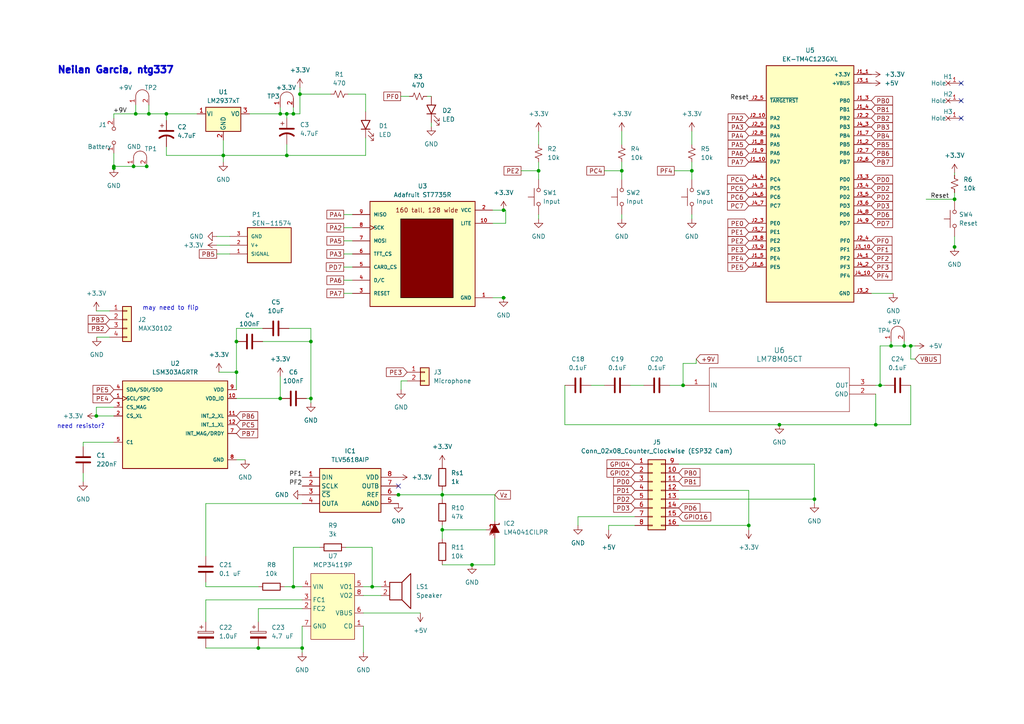
<source format=kicad_sch>
(kicad_sch (version 20230121) (generator eeschema)
  (paper "A4")
  (junction (at 264.16 100.33))
  (junction (at 198.12 111.76))
  (junction (at 42.545 48.26))
  (junction (at 361.442 92.964))
  (junction (at 156.21 49.53))
  (junction (at 128.27 143.51))
  (junction (at 81.28 33.02))
  (junction (at 39.37 33.02))
  (junction (at 43.18 33.02))
  (junction (at 236.22 144.78))
  (junction (at 368.046 92.964))
  (junction (at 255.27 111.76))
  (junction (at 356.616 92.964))
  (junction (at 200.66 49.53))
  (junction (at 346.456 77.724))
  (junction (at 368.046 77.724))
  (junction (at 356.616 77.724))
  (junction (at 68.58 99.06))
  (junction (at 146.05 60.96))
  (junction (at 83.185 45.085))
  (junction (at 136.906 163.83))
  (junction (at 128.27 153.67))
  (junction (at 48.26 33.02))
  (junction (at 258.445 100.33))
  (junction (at 64.77 45.085))
  (junction (at 115.57 143.51))
  (junction (at 254 123.19))
  (junction (at 81.28 115.57))
  (junction (at 38.735 48.26))
  (junction (at 262.255 100.33))
  (junction (at 87.63 187.96))
  (junction (at 85.09 33.02))
  (junction (at 83.185 33.02))
  (junction (at 180.34 49.53))
  (junction (at 68.58 107.95))
  (junction (at 86.995 27.305))
  (junction (at 276.86 71.628))
  (junction (at 85.09 170.18))
  (junction (at 33.02 48.26))
  (junction (at 33.02 48.768))
  (junction (at 276.86 57.785))
  (junction (at 217.17 152.4))
  (junction (at 27.94 120.65))
  (junction (at 362.966 77.724))
  (junction (at 90.17 115.57))
  (junction (at 146.05 86.36))
  (junction (at 90.17 99.06))
  (junction (at 226.06 123.19))
  (junction (at 107.95 170.18))
  (junction (at 74.93 187.96))
  (no_connect (at 278.765 29.21))
  (no_connect (at 278.765 24.13))
  (no_connect (at 278.765 34.29))
  (no_connect (at 115.57 140.97))
  (wire (pts (xy 83.185 33.02) (xy 83.185 34.29)))
  (wire (pts (xy 99.695 62.23) (xy 102.235 62.23)))
  (wire (pts (xy 42.545 48.26) (xy 38.735 48.26)))
  (wire (pts (xy 106.045 40.005) (xy 106.045 45.085)))
  (wire (pts (xy 116.332 110.49) (xy 118.11 110.49)))
  (wire (pts (xy 64.77 40.64) (xy 64.77 45.085)))
  (wire (pts (xy 236.22 144.78) (xy 236.22 146.05)))
  (wire (pts (xy 378.206 87.249) (xy 378.206 92.964)))
  (wire (pts (xy 262.255 100.33) (xy 264.16 100.33)))
  (wire (pts (xy 255.27 111.76) (xy 255.27 100.33)))
  (wire (pts (xy 59.69 146.05) (xy 87.63 146.05)))
  (wire (pts (xy 33.02 33.02) (xy 39.37 33.02)))
  (wire (pts (xy 83.82 95.25) (xy 90.17 95.25)))
  (wire (pts (xy 39.37 30.48) (xy 39.37 33.02)))
  (wire (pts (xy 368.046 87.884) (xy 368.046 92.964)))
  (wire (pts (xy 255.27 100.33) (xy 258.445 100.33)))
  (wire (pts (xy 33.02 118.11) (xy 27.94 118.11)))
  (wire (pts (xy 276.86 55.88) (xy 276.86 57.785)))
  (wire (pts (xy 200.66 38.1) (xy 200.66 41.91)))
  (wire (pts (xy 128.27 152.4) (xy 128.27 153.67)))
  (wire (pts (xy 33.02 44.45) (xy 33.02 48.26)))
  (wire (pts (xy 59.69 173.99) (xy 87.63 173.99)))
  (wire (pts (xy 83.185 41.91) (xy 83.185 45.085)))
  (wire (pts (xy 72.39 33.02) (xy 81.28 33.02)))
  (wire (pts (xy 100.965 27.305) (xy 106.045 27.305)))
  (wire (pts (xy 59.69 173.99) (xy 59.69 180.34)))
  (wire (pts (xy 48.26 45.085) (xy 64.77 45.085)))
  (wire (pts (xy 85.09 170.18) (xy 87.63 170.18)))
  (wire (pts (xy 146.05 86.36) (xy 146.685 86.36)))
  (wire (pts (xy 180.34 49.53) (xy 180.34 52.07)))
  (wire (pts (xy 143.51 143.51) (xy 128.27 143.51)))
  (wire (pts (xy 276.86 68.58) (xy 276.86 71.628)))
  (wire (pts (xy 24.13 129.54) (xy 24.13 128.27)))
  (wire (pts (xy 356.616 77.724) (xy 356.616 82.804)))
  (wire (pts (xy 264.16 100.33) (xy 264.16 104.14)))
  (wire (pts (xy 86.995 27.305) (xy 95.885 27.305)))
  (wire (pts (xy 125.095 35.56) (xy 125.095 36.703)))
  (wire (pts (xy 196.85 134.62) (xy 236.22 134.62)))
  (wire (pts (xy 346.456 77.724) (xy 356.616 77.724)))
  (wire (pts (xy 83.185 33.02) (xy 85.09 33.02)))
  (wire (pts (xy 68.58 115.57) (xy 81.28 115.57)))
  (wire (pts (xy 156.21 62.23) (xy 156.21 63.5)))
  (wire (pts (xy 368.046 77.724) (xy 378.206 77.724)))
  (wire (pts (xy 258.445 99.06) (xy 258.445 100.33)))
  (wire (pts (xy 378.206 77.724) (xy 378.206 83.439)))
  (wire (pts (xy 74.93 176.53) (xy 74.93 180.34)))
  (wire (pts (xy 128.27 143.51) (xy 115.57 143.51)))
  (wire (pts (xy 43.18 33.02) (xy 48.26 33.02)))
  (wire (pts (xy 180.34 38.1) (xy 180.34 41.91)))
  (wire (pts (xy 142.875 60.96) (xy 146.05 60.96)))
  (wire (pts (xy 27.94 118.11) (xy 27.94 120.65)))
  (wire (pts (xy 59.69 161.29) (xy 59.69 146.05)))
  (wire (pts (xy 156.21 38.1) (xy 156.21 41.91)))
  (wire (pts (xy 200.66 46.99) (xy 200.66 49.53)))
  (wire (pts (xy 362.966 77.724) (xy 368.046 77.724)))
  (wire (pts (xy 71.12 133.35) (xy 68.58 133.35)))
  (wire (pts (xy 33.02 120.65) (xy 27.94 120.65)))
  (wire (pts (xy 38.735 48.26) (xy 33.02 48.26)))
  (wire (pts (xy 100.33 158.75) (xy 107.95 158.75)))
  (wire (pts (xy 180.34 46.99) (xy 180.34 49.53)))
  (wire (pts (xy 264.16 100.33) (xy 265.43 100.33)))
  (wire (pts (xy 66.675 73.66) (xy 62.865 73.66)))
  (wire (pts (xy 259.08 85.09) (xy 252.73 85.09)))
  (wire (pts (xy 142.875 86.36) (xy 146.05 86.36)))
  (wire (pts (xy 116.332 113.03) (xy 116.332 110.49)))
  (wire (pts (xy 196.85 152.4) (xy 217.17 152.4)))
  (wire (pts (xy 276.86 71.628) (xy 276.86 71.755)))
  (wire (pts (xy 43.18 30.48) (xy 43.18 33.02)))
  (wire (pts (xy 176.53 152.4) (xy 184.15 152.4)))
  (wire (pts (xy 82.55 170.18) (xy 85.09 170.18)))
  (wire (pts (xy 128.27 153.67) (xy 128.27 156.21)))
  (wire (pts (xy 171.45 111.76) (xy 175.26 111.76)))
  (wire (pts (xy 217.17 142.24) (xy 196.85 142.24)))
  (wire (pts (xy 48.26 33.02) (xy 57.15 33.02)))
  (wire (pts (xy 262.255 99.06) (xy 262.255 100.33)))
  (wire (pts (xy 107.95 170.18) (xy 110.49 170.18)))
  (wire (pts (xy 59.69 170.18) (xy 74.93 170.18)))
  (wire (pts (xy 198.12 105.41) (xy 198.12 111.76)))
  (wire (pts (xy 42.545 47.625) (xy 42.545 48.26)))
  (wire (pts (xy 217.17 153.67) (xy 217.17 152.4)))
  (wire (pts (xy 201.93 104.14) (xy 201.93 105.41)))
  (wire (pts (xy 236.22 134.62) (xy 236.22 144.78)))
  (wire (pts (xy 87.63 181.61) (xy 87.63 187.96)))
  (wire (pts (xy 264.16 111.76) (xy 264.16 123.19)))
  (wire (pts (xy 86.995 25.4) (xy 86.995 27.305)))
  (wire (pts (xy 105.41 181.61) (xy 105.41 189.23)))
  (wire (pts (xy 217.17 152.4) (xy 217.17 142.24)))
  (wire (pts (xy 39.37 33.02) (xy 43.18 33.02)))
  (wire (pts (xy 176.53 153.67) (xy 176.53 152.4)))
  (wire (pts (xy 175.26 49.53) (xy 180.34 49.53)))
  (wire (pts (xy 90.17 95.25) (xy 90.17 99.06)))
  (wire (pts (xy 254 114.3) (xy 254 123.19)))
  (wire (pts (xy 226.06 123.19) (xy 254 123.19)))
  (wire (pts (xy 83.185 45.085) (xy 64.77 45.085)))
  (wire (pts (xy 346.456 92.964) (xy 356.616 92.964)))
  (wire (pts (xy 59.69 168.91) (xy 59.69 170.18)))
  (wire (pts (xy 85.09 33.02) (xy 86.995 33.02)))
  (wire (pts (xy 28.067 97.79) (xy 31.75 97.79)))
  (wire (pts (xy 143.51 156.21) (xy 143.51 163.83)))
  (wire (pts (xy 194.31 111.76) (xy 198.12 111.76)))
  (wire (pts (xy 163.83 123.19) (xy 226.06 123.19)))
  (wire (pts (xy 99.695 81.28) (xy 102.235 81.28)))
  (wire (pts (xy 27.94 90.17) (xy 31.75 90.17)))
  (wire (pts (xy 68.58 95.25) (xy 76.2 95.25)))
  (wire (pts (xy 59.69 187.96) (xy 74.93 187.96)))
  (wire (pts (xy 276.86 50.165) (xy 276.86 50.8)))
  (wire (pts (xy 146.685 60.96) (xy 146.685 64.77)))
  (wire (pts (xy 163.83 111.76) (xy 163.83 123.19)))
  (wire (pts (xy 105.41 172.72) (xy 110.49 172.72)))
  (wire (pts (xy 68.58 107.95) (xy 68.58 99.06)))
  (wire (pts (xy 48.26 33.02) (xy 48.26 34.925)))
  (wire (pts (xy 90.17 99.06) (xy 90.17 115.57)))
  (wire (pts (xy 128.27 143.51) (xy 128.27 144.78)))
  (wire (pts (xy 200.66 62.23) (xy 200.66 63.5)))
  (wire (pts (xy 88.9 115.57) (xy 90.17 115.57)))
  (wire (pts (xy 99.695 66.04) (xy 102.235 66.04)))
  (wire (pts (xy 146.685 64.77) (xy 142.875 64.77)))
  (wire (pts (xy 76.2 99.06) (xy 90.17 99.06)))
  (wire (pts (xy 90.17 115.57) (xy 90.17 116.84)))
  (wire (pts (xy 106.045 27.305) (xy 106.045 32.385)))
  (wire (pts (xy 258.445 100.33) (xy 262.255 100.33)))
  (wire (pts (xy 116.205 27.94) (xy 118.745 27.94)))
  (wire (pts (xy 81.28 31.115) (xy 81.28 33.02)))
  (wire (pts (xy 85.09 170.18) (xy 85.09 158.75)))
  (wire (pts (xy 83.185 45.085) (xy 106.045 45.085)))
  (wire (pts (xy 85.09 158.75) (xy 92.71 158.75)))
  (wire (pts (xy 167.64 152.4) (xy 167.64 149.86)))
  (wire (pts (xy 156.21 46.99) (xy 156.21 49.53)))
  (wire (pts (xy 81.28 33.02) (xy 83.185 33.02)))
  (wire (pts (xy 107.95 158.75) (xy 107.95 170.18)))
  (wire (pts (xy 356.616 77.724) (xy 362.966 77.724)))
  (wire (pts (xy 74.93 187.96) (xy 87.63 187.96)))
  (wire (pts (xy 81.28 115.57) (xy 81.28 109.22)))
  (wire (pts (xy 105.41 170.18) (xy 107.95 170.18)))
  (wire (pts (xy 24.13 128.27) (xy 33.02 128.27)))
  (wire (pts (xy 99.695 85.09) (xy 102.235 85.09)))
  (wire (pts (xy 64.77 45.085) (xy 64.77 46.99)))
  (wire (pts (xy 33.02 48.26) (xy 33.02 48.768)))
  (wire (pts (xy 201.93 105.41) (xy 198.12 105.41)))
  (wire (pts (xy 125.095 27.94) (xy 123.825 27.94)))
  (wire (pts (xy 99.695 73.66) (xy 102.235 73.66)))
  (wire (pts (xy 361.442 92.964) (xy 368.046 92.964)))
  (wire (pts (xy 182.88 111.76) (xy 186.69 111.76)))
  (wire (pts (xy 68.58 107.95) (xy 68.58 113.03)))
  (wire (pts (xy 356.616 87.884) (xy 356.616 92.964)))
  (wire (pts (xy 200.66 49.53) (xy 200.66 52.07)))
  (wire (pts (xy 128.27 153.67) (xy 140.97 153.67)))
  (wire (pts (xy 114.3 143.51) (xy 115.57 143.51)))
  (wire (pts (xy 264.16 123.19) (xy 254 123.19)))
  (wire (pts (xy 276.86 57.785) (xy 276.86 58.42)))
  (wire (pts (xy 38.735 47.625) (xy 38.735 48.26)))
  (wire (pts (xy 99.695 77.47) (xy 102.235 77.47)))
  (wire (pts (xy 128.27 142.24) (xy 128.27 143.51)))
  (wire (pts (xy 255.27 111.76) (xy 256.54 111.76)))
  (wire (pts (xy 268.605 57.785) (xy 276.86 57.785)))
  (wire (pts (xy 33.02 48.768) (xy 33.02 48.895)))
  (wire (pts (xy 48.26 42.545) (xy 48.26 45.085)))
  (wire (pts (xy 143.51 151.13) (xy 143.51 143.51)))
  (wire (pts (xy 151.13 49.53) (xy 156.21 49.53)))
  (wire (pts (xy 66.675 71.12) (xy 62.865 71.12)))
  (wire (pts (xy 195.58 49.53) (xy 200.66 49.53)))
  (wire (pts (xy 156.21 49.53) (xy 156.21 52.07)))
  (wire (pts (xy 85.09 31.115) (xy 85.09 33.02)))
  (wire (pts (xy 74.93 176.53) (xy 87.63 176.53)))
  (wire (pts (xy 63.5 107.95) (xy 68.58 107.95)))
  (wire (pts (xy 105.41 177.8) (xy 121.92 177.8)))
  (wire (pts (xy 136.906 163.83) (xy 143.51 163.83)))
  (wire (pts (xy 167.64 149.86) (xy 184.15 149.86)))
  (wire (pts (xy 86.995 33.02) (xy 86.995 27.305)))
  (wire (pts (xy 264.16 104.14) (xy 265.43 104.14)))
  (wire (pts (xy 24.13 137.16) (xy 24.13 139.7)))
  (wire (pts (xy 356.616 92.964) (xy 361.442 92.964)))
  (wire (pts (xy 368.046 92.964) (xy 378.206 92.964)))
  (wire (pts (xy 180.34 62.23) (xy 180.34 63.5)))
  (wire (pts (xy 368.046 82.804) (xy 368.046 77.724)))
  (wire (pts (xy 146.05 60.96) (xy 146.685 60.96)))
  (wire (pts (xy 196.85 144.78) (xy 236.22 144.78)))
  (wire (pts (xy 66.675 68.58) (xy 62.865 68.58)))
  (wire (pts (xy 254 111.76) (xy 255.27 111.76)))
  (wire (pts (xy 33.02 34.29) (xy 33.02 33.02)))
  (wire (pts (xy 87.63 187.96) (xy 87.63 189.23)))
  (wire (pts (xy 99.695 69.85) (xy 102.235 69.85)))
  (wire (pts (xy 128.27 163.83) (xy 136.906 163.83)))
  (wire (pts (xy 68.58 99.06) (xy 68.58 95.25)))
  (text "Neilan Garcia, ntg337" (at 16.51 21.59 0) (effects (font (size 2 2) (thickness 0.6) bold) (justify left bottom)))
  (text "need resistor?\n" (at 16.51 124.46 0) (effects (font (size 1.27 1.27)) (justify left bottom)))
  (text "may need to flip\n" (at 41.275 90.17 0) (effects (font (size 1.27 1.27)) (justify left bottom)))
  (label "PF2" (at 87.63 140.97 180))
  (label "PE1" (at 310.896 80.264 180) (effects (font bold)))
  (label "PC7" (at 310.896 87.884 180) (effects (font bold)))
  (label "PC6" (at 310.896 90.424 180) (effects (font bold)))
  (label "PE0" (at 346.456 85.344 0) (effects (font bold)))
  (label "Reset" (at 217.17 29.21 180))
  (label "Reset" (at 269.875 57.785 0))
  (label "PF1" (at 87.63 138.43 180))
  (label "+9V" (at 36.83 33.02 180))
  (global_label "PB7" (shape input) (at 252.73 46.99 0) (property "Intersheetrefs" "${INTERSHEET_REFS}" (effects hide)))
  (global_label "PA7" (shape input) (at 217.17 46.99 180) (property "Intersheetrefs" "${INTERSHEET_REFS}" (effects hide)))
  (global_label "PB6" (shape input) (at 252.73 44.45 0) (property "Intersheetrefs" "${INTERSHEET_REFS}" (effects hide)))
  (global_label "PB1" (shape input) (at 196.85 139.7 0) (property "Intersheetrefs" "${INTERSHEET_REFS}" (effects hide)))
  (global_label "PC6" (shape input) (at 217.17 57.15 180) (property "Intersheetrefs" "${INTERSHEET_REFS}" (effects hide)))
  (global_label "PB1" (shape input) (at 252.73 31.75 0) (property "Intersheetrefs" "${INTERSHEET_REFS}" (effects hide)))
  (global_label "PB0" (shape input) (at 252.73 29.21 0) (property "Intersheetrefs" "${INTERSHEET_REFS}" (effects hide)))
  (global_label "PA6" (shape input) (at 217.17 44.45 180) (property "Intersheetrefs" "${INTERSHEET_REFS}" (effects hide)))
  (global_label "PD2" (shape input) (at 252.73 57.15 0) (property "Intersheetrefs" "${INTERSHEET_REFS}" (effects hide)))
  (global_label "PF0" (shape input) (at 252.73 69.85 0) (property "Intersheetrefs" "${INTERSHEET_REFS}" (effects hide)))
  (global_label "PD2" (shape input) (at 184.15 144.78 180) (property "Intersheetrefs" "${INTERSHEET_REFS}" (effects hide)))
  (global_label "PE3" (shape input) (at 217.17 72.39 180) (property "Intersheetrefs" "${INTERSHEET_REFS}" (effects hide)))
  (global_label "VBUS" (shape input) (at 265.43 104.14 0) (property "Intersheetrefs" "${INTERSHEET_REFS}" (effects hide)))
  (global_label "PA6" (shape passive) (at 99.695 81.28 180) (property "Intersheetrefs" "${INTERSHEET_REFS}" (effects hide)))
  (global_label "PE3" (shape input) (at 118.11 107.95 180) (property "Intersheetrefs" "${INTERSHEET_REFS}" (effects hide)))
  (global_label "PD6" (shape input) (at 196.85 147.32 0) (property "Intersheetrefs" "${INTERSHEET_REFS}" (effects hide)))
  (global_label "PA3" (shape input) (at 217.17 36.83 180) (property "Intersheetrefs" "${INTERSHEET_REFS}" (effects hide)))
  (global_label "PE5" (shape input) (at 217.17 77.47 180) (property "Intersheetrefs" "${INTERSHEET_REFS}" (effects hide)))
  (global_label "GPIO4" (shape input) (at 184.15 134.62 180) (property "Intersheetrefs" "${INTERSHEET_REFS}" (effects hide)))
  (global_label "PE2" (shape input) (at 217.17 69.85 180) (property "Intersheetrefs" "${INTERSHEET_REFS}" (effects hide)))
  (global_label "PA2" (shape input) (at 217.17 34.29 180) (property "Intersheetrefs" "${INTERSHEET_REFS}" (effects hide)))
  (global_label "+9V" (shape input) (at 201.93 104.14 0) (property "Intersheetrefs" "${INTERSHEET_REFS}" (effects hide)))
  (global_label "Vz" (shape input) (at 143.51 143.51 0) (property "Intersheetrefs" "${INTERSHEET_REFS}" (effects hide)))
  (global_label "PA4" (shape input) (at 217.17 39.37 180) (property "Intersheetrefs" "${INTERSHEET_REFS}" (effects hide)))
  (global_label "PB3" (shape input) (at 252.73 36.83 0) (property "Intersheetrefs" "${INTERSHEET_REFS}" (effects hide)))
  (global_label "PB4" (shape input) (at 252.73 39.37 0) (property "Intersheetrefs" "${INTERSHEET_REFS}" (effects hide)))
  (global_label "PE1" (shape input) (at 217.17 67.31 180) (property "Intersheetrefs" "${INTERSHEET_REFS}" (effects hide)))
  (global_label "PB0" (shape input) (at 196.85 137.16 0) (property "Intersheetrefs" "${INTERSHEET_REFS}" (effects hide)))
  (global_label "PC7" (shape input) (at 217.17 59.69 180) (property "Intersheetrefs" "${INTERSHEET_REFS}" (effects hide)))
  (global_label "PE2" (shape passive) (at 151.13 49.53 180) (property "Intersheetrefs" "${INTERSHEET_REFS}" (effects hide)))
  (global_label "PE4" (shape input) (at 33.02 115.57 180) (property "Intersheetrefs" "${INTERSHEET_REFS}" (effects hide)))
  (global_label "PF2" (shape input) (at 252.73 74.93 0) (property "Intersheetrefs" "${INTERSHEET_REFS}" (effects hide)))
  (global_label "PD0" (shape input) (at 252.73 52.07 0) (property "Intersheetrefs" "${INTERSHEET_REFS}" (effects hide)))
  (global_label "PD0" (shape input) (at 184.15 139.7 180) (property "Intersheetrefs" "${INTERSHEET_REFS}" (effects hide)))
  (global_label "PD3" (shape input) (at 184.15 147.32 180) (property "Intersheetrefs" "${INTERSHEET_REFS}" (effects hide)))
  (global_label "PF3" (shape input) (at 252.73 77.47 0) (property "Intersheetrefs" "${INTERSHEET_REFS}" (effects hide)))
  (global_label "PD6" (shape input) (at 252.73 62.23 0) (property "Intersheetrefs" "${INTERSHEET_REFS}" (effects hide)))
  (global_label "PC5" (shape input) (at 68.58 123.19 0) (property "Intersheetrefs" "${INTERSHEET_REFS}" (effects hide)))
  (global_label "PE4" (shape input) (at 217.17 74.93 180) (property "Intersheetrefs" "${INTERSHEET_REFS}" (effects hide)))
  (global_label "PC4" (shape input) (at 217.17 52.07 180) (property "Intersheetrefs" "${INTERSHEET_REFS}" (effects hide)))
  (global_label "PB6" (shape input) (at 68.58 120.65 0) (property "Intersheetrefs" "${INTERSHEET_REFS}" (effects hide)))
  (global_label "PA7" (shape passive) (at 99.695 85.09 180) (property "Intersheetrefs" "${INTERSHEET_REFS}" (effects hide)))
  (global_label "PA5" (shape passive) (at 99.695 69.85 180) (property "Intersheetrefs" "${INTERSHEET_REFS}" (effects hide)))
  (global_label "PF4" (shape input) (at 252.73 80.01 0) (property "Intersheetrefs" "${INTERSHEET_REFS}" (effects hide)))
  (global_label "PD1" (shape input) (at 184.15 142.24 180) (property "Intersheetrefs" "${INTERSHEET_REFS}" (effects hide)))
  (global_label "GPIO2" (shape input) (at 184.15 137.16 180) (property "Intersheetrefs" "${INTERSHEET_REFS}" (effects hide)))
  (global_label "PE0" (shape input) (at 217.17 64.77 180) (property "Intersheetrefs" "${INTERSHEET_REFS}" (effects hide)))
  (global_label "PE5" (shape input) (at 33.02 113.03 180) (property "Intersheetrefs" "${INTERSHEET_REFS}" (effects hide)))
  (global_label "PD3" (shape input) (at 252.73 59.69 0) (property "Intersheetrefs" "${INTERSHEET_REFS}" (effects hide)))
  (global_label "PD7" (shape input) (at 252.73 64.77 0) (property "Intersheetrefs" "${INTERSHEET_REFS}" (effects hide)))
  (global_label "PB5" (shape input) (at 252.73 41.91 0) (property "Intersheetrefs" "${INTERSHEET_REFS}" (effects hide)))
  (global_label "PB7" (shape input) (at 68.58 125.73 0) (property "Intersheetrefs" "${INTERSHEET_REFS}" (effects hide)))
  (global_label "PB2" (shape input) (at 252.73 34.29 0) (property "Intersheetrefs" "${INTERSHEET_REFS}" (effects hide)))
  (global_label "PB5" (shape passive) (at 62.865 73.66 180) (property "Intersheetrefs" "${INTERSHEET_REFS}" (effects hide)))
  (global_label "PD7" (shape passive) (at 99.695 77.47 180) (property "Intersheetrefs" "${INTERSHEET_REFS}" (effects hide)))
  (global_label "GPIO16" (shape input) (at 196.85 149.86 0) (property "Intersheetrefs" "${INTERSHEET_REFS}" (effects hide)))
  (global_label "PA3" (shape passive) (at 99.695 73.66 180) (property "Intersheetrefs" "${INTERSHEET_REFS}" (effects hide)))
  (global_label "PF4" (shape passive) (at 195.58 49.53 180) (property "Intersheetrefs" "${INTERSHEET_REFS}" (effects hide)))
  (global_label "PA4" (shape passive) (at 99.695 62.23 180) (property "Intersheetrefs" "${INTERSHEET_REFS}" (effects hide)))
  (global_label "PA5" (shape input) (at 217.17 41.91 180) (property "Intersheetrefs" "${INTERSHEET_REFS}" (effects hide)))
  (global_label "PC4" (shape passive) (at 175.26 49.53 180) (property "Intersheetrefs" "${INTERSHEET_REFS}" (effects hide)))
  (global_label "PB3" (shape input) (at 31.75 92.71 180) (property "Intersheetrefs" "${INTERSHEET_REFS}" (effects hide)))
  (global_label "PD2" (shape input) (at 252.73 54.61 0) (property "Intersheetrefs" "${INTERSHEET_REFS}" (effects hide)))
  (global_label "PB2" (shape input) (at 31.75 95.25 180) (property "Intersheetrefs" "${INTERSHEET_REFS}" (effects hide)))
  (global_label "PF0" (shape passive) (at 116.205 27.94 180) (property "Intersheetrefs" "${INTERSHEET_REFS}" (effects hide)))
  (global_label "PC5" (shape input) (at 217.17 54.61 180) (property "Intersheetrefs" "${INTERSHEET_REFS}" (effects hide)))
  (global_label "PA2" (shape passive) (at 99.695 66.04 180) (property "Intersheetrefs" "${INTERSHEET_REFS}" (effects hide)))
  (global_label "PF1" (shape input) (at 252.73 72.39 0) (property "Intersheetrefs" "${INTERSHEET_REFS}" (effects hide)))
  (symbol (lib_id "SEN-11574:SEN-11574") (at 71.755 71.12 0) (unit 1)
    (property "Reference" "P1" (at 73.025 62.23 0) (effects (justify left)))
    (property "Value" "SEN-11574" (at 73.025 64.77 0) (effects (justify left)))
    (property "Footprint" "our_symbols:XDCR_SEN-11574" (effects hide))
    (property "MF" "SparkFun" (effects hide))
    (property "Description" "\nPULSE SENSOR FOR ARDUINO\n" (effects hide))
    (property "Package" "None" (effects hide))
    (property "Price" "None" (effects hide))
    (property "Check_prices" "https://www.snapeda.com/parts/SEN-11574/SparkFun+Electronics/view-part/?ref=eda" (effects hide))
    (property "SnapEDA_Link" "https://www.snapeda.com/parts/SEN-11574/SparkFun+Electronics/view-part/?ref=snap" (effects hide))
    (property "MP" "SEN-11574" (effects hide))
    (property "Purchase-URL" "https://www.snapeda.com/api/url_track_click_mouser/?unipart_id=1269548&manufacturer=SparkFun&part_name=SEN-11574&search_term=None" (effects hide))
    (property "Availability" "In Stock" (effects hide))
    (property "MANUFACTURER" "Sparkfun Electronics" (effects hide))
  )
  (symbol (lib_id "ECE445L:MountingHole") (at 278.765 34.29 0) (unit 1)
    (property "Reference" "H3" (at 274.955 32.385 0))
    (property "Value" "~" (at 278.765 34.29 0))
    (property "Footprint" "ECE445L:MountingHole_4_40" (effects hide))
  )
  (symbol (lib_id "ECE445L:MountingHole") (at 278.765 29.21 0) (unit 1)
    (property "Reference" "H2" (at 274.955 27.305 0))
    (property "Value" "~" (at 278.765 29.21 0))
    (property "Footprint" "ECE445L:MountingHole_4_40" (effects hide))
  )
  (symbol (lib_id "ti_EKTM4C123GXL:EK-TM4C123GXL") (at 234.95 52.07 0) (unit 1)
    (property "Reference" "U5" (at 234.95 14.605 0))
    (property "Value" "EK-TM4C123GXL" (at 234.95 17.145 0))
    (property "Footprint" "ECE445L:ti_EKTM4C123GXL" (effects hide))
    (property "Datasheet" "https://www.ti.com/lit/ds/symlink/tm4c123gh6pm.pdf?ts=1693244962384&ref_url=https%253A%252F%252Fwww.google.com%252F" (effects hide))
    (property "Distributor" "Mouser" (effects hide))
    (property "Manufacturer" "Texas Instruments" (effects hide))
    (property "P/N" "EK-TM4C123GXL" (effects hide))
    (property "Cost" "22.60" (effects hide))
  )
  (symbol (lib_id "Device:C_Polarized_Small_US") (at 368.046 85.344 0) (unit 1)
    (property "Reference" "C8" (at 370.586 83.6422 0) (effects (justify left)))
    (property "Value" "4.7uF" (at 370.586 86.1822 0) (effects (justify left)))
    (property "Footprint" "ECE445L:CP_Radial_Tantal200mil" (effects hide))
  )
  (symbol (lib_id "Device:R_Small") (at 346.456 80.264 0) (unit 1)
    (property "Reference" "R7" (at 348.996 78.994 0) (effects (justify left)))
    (property "Value" "10k" (at 348.996 81.534 0) (effects (justify left)))
    (property "Footprint" "ECE445L:R_Axial_DIN0204_L3.6mm_D1.6mm_P7.62mm_Horizontal" (effects hide))
  )
  (symbol (lib_id "Device:Speaker") (at 115.57 170.18 0) (unit 1)
    (property "Reference" "LS1" (at 120.65 170.18 0) (effects (justify left)))
    (property "Value" "Speaker" (at 120.65 172.72 0) (effects (justify left)))
    (property "Footprint" "Connector_PinHeader_2.54mm:PinHeader_1x02_P2.54mm_Vertical" (effects hide))
  )
  (symbol (lib_id "Device:C") (at 190.5 111.76 90) (unit 1)
    (property "Reference" "C20" (at 190.5 104.14 90))
    (property "Value" "0.1uF" (at 190.5 106.68 90))
    (property "Footprint" "ECE445L:C_Axial_200mil" (effects hide))
  )
  (symbol (lib_id "ECE445L:C_Polarized") (at 83.185 38.1 0) (unit 1)
    (property "Reference" "C3" (at 86.995 36.195 0) (effects (justify left)))
    (property "Value" "4.7uF" (at 86.995 38.735 0) (effects (justify left)))
    (property "Footprint" "ECE445L:CP_Radial_Tantal200mil" (effects hide))
  )
  (symbol (lib_id "power:+3.3V") (at 217.17 153.67 180) (unit 1)
    (property "Reference" "#PWR047" (effects hide))
    (property "Value" "+3.3V" (at 217.17 158.75 0))
  )
  (symbol (lib_id "power:+3.3V") (at 62.865 71.12 90) (unit 1)
    (property "Reference" "#PWR07" (effects hide))
    (property "Value" "+3.3V" (at 59.055 71.12 90) (effects (justify left)))
  )
  (symbol (lib_id "power:+5V") (at 265.43 100.33 270) (unit 1)
    (property "Reference" "#PWR051" (effects hide))
    (property "Value" "+5V" (at 269.24 100.33 90) (effects (justify left)))
  )
  (symbol (lib_name "GND_3") (lib_id "power:GND") (at 90.17 116.84 0) (unit 1)
    (property "Reference" "#PWR014" (effects hide))
    (property "Value" "GND" (at 90.17 121.92 0))
  )
  (symbol (lib_id "power:+3.3V") (at 180.34 38.1 0) (unit 1)
    (property "Reference" "#PWR018" (effects hide))
    (property "Value" "+3.3V" (at 180.34 33.02 0))
  )
  (symbol (lib_id "LSM303AGRTR:LSM303AGRTR") (at 50.8 123.19 0) (unit 1)
    (property "Reference" "U2" (at 50.8 105.41 0))
    (property "Value" "LSM303AGRTR" (at 50.8 107.95 0))
    (property "Footprint" "our_symbols:SON_03AGRTR_STM" (effects hide))
    (property "MF" "STMicroelectronics" (effects hide))
    (property "DESCRIPTION" "Ultra-compact high-performance e-compass 3D accelerometer and 3D magnetometer module" (effects hide))
    (property "PACKAGE" "LGA-12 STMicroelectronics" (effects hide))
    (property "PRICE" "1.79 USD" (effects hide))
    (property "Package" "LGA-12 STMicroelectronics" (effects hide))
    (property "Check_prices" "https://www.snapeda.com/parts/LSM303AGRTR/STMicroelectronics/view-part/?ref=eda" (effects hide))
    (property "Price" "None" (effects hide))
    (property "SnapEDA_Link" "https://www.snapeda.com/parts/LSM303AGRTR/STMicroelectronics/view-part/?ref=snap" (effects hide))
    (property "MP" "LSM303AGRTR" (effects hide))
    (property "Description" "\nAccelerometer, Magnetometer, Temperature, 6 Axis Sensor I2C, SPI Output\n" (effects hide))
    (property "Availability" "In Stock" (effects hide))
    (property "AVAILABILITY" "Good" (effects hide))
    (property "MANUFACTURER" "STMicroelectronics" (effects hide))
  )
  (symbol (lib_id "ECE445L:LED") (at 126.365 31.75 0) (unit 1)
    (property "Reference" "D2" (at 128.27 32.0675 0) (effects (justify left)))
    (property "Value" "LED" (at 128.27 34.6075 0) (effects (justify left)))
    (property "Footprint" "ECE445L:LED_D5.0mm" (effects hide))
    (property "Datasheet" "https://users.ece.utexas.edu/~valvano/mspm0/HLMP-4700.pdf" (effects hide))
  )
  (symbol (lib_name "GND_3") (lib_id "power:GND") (at 146.05 86.36 0) (unit 1)
    (property "Reference" "#PWR021" (effects hide))
    (property "Value" "GND" (at 146.05 91.44 0))
  )
  (symbol (lib_name "GND_3") (lib_id "power:GND") (at 105.41 189.23 0) (unit 1)
    (property "Reference" "#PWR032" (effects hide))
    (property "Value" "GND" (at 105.41 194.31 0))
  )
  (symbol (lib_id "Device:R") (at 128.27 160.02 0) (unit 1)
    (property "Reference" "R11" (at 130.81 158.75 0) (effects (justify left)))
    (property "Value" "10k" (at 130.81 161.29 0) (effects (justify left)))
    (property "Footprint" "ECE445L:R_Axial_DIN0204_L3.6mm_D1.6mm_P7.62mm_Horizontal" (effects hide))
  )
  (symbol (lib_id "Device:C") (at 179.07 111.76 90) (unit 1)
    (property "Reference" "C19" (at 179.07 104.14 90))
    (property "Value" "0.1uF" (at 179.07 106.68 90))
    (property "Footprint" "ECE445L:C_Axial_200mil" (effects hide))
  )
  (symbol (lib_id "power:+5V") (at 252.73 24.13 270) (unit 1)
    (property "Reference" "#PWR042" (effects hide))
    (property "Value" "+5V" (at 256.54 24.13 90) (effects (justify left)))
  )
  (symbol (lib_name "GND_3") (lib_id "power:GND") (at 200.66 63.5 0) (unit 1)
    (property "Reference" "#PWR027" (effects hide))
    (property "Value" "GND" (at 200.66 68.58 0))
  )
  (symbol (lib_name "GND_3") (lib_id "power:GND") (at 180.34 63.5 0) (unit 1)
    (property "Reference" "#PWR019" (effects hide))
    (property "Value" "GND" (at 180.34 68.58 0))
  )
  (symbol (lib_id "Device:R") (at 128.27 138.43 0) (unit 1)
    (property "Reference" "Rs1" (at 130.81 137.16 0) (effects (justify left)))
    (property "Value" "1k" (at 130.81 139.7 0) (effects (justify left)))
    (property "Footprint" "ECE445L:R_Axial_DIN0204_L3.6mm_D1.6mm_P7.62mm_Horizontal" (effects hide))
  )
  (symbol (lib_id "Switch:SW_Push") (at 276.86 63.5 90) (unit 1)
    (property "Reference" "SW4" (at 278.13 62.23 90) (effects (justify right)))
    (property "Value" "Reset" (at 278.13 64.77 90) (effects (justify right)))
    (property "Footprint" "Button_Switch_THT:SW_PUSH_6mm" (effects hide))
  )
  (symbol (lib_id "ECE445L:Testpoint") (at 83.185 31.115 0) (unit 1)
    (property "Reference" "TP3" (at 77.47 27.94 0) (effects (justify left)))
    (property "Value" "+3.3V" (at 80.01 25.4 0) (effects (justify left)))
    (property "Footprint" "ECE445L:Testpoint_1x02_P2.54mm" (effects hide))
  )
  (symbol (lib_id "Device:C") (at 24.13 133.35 180) (unit 1)
    (property "Reference" "C1" (at 27.94 132.08 0) (effects (justify right)))
    (property "Value" "220nF" (at 27.94 134.62 0) (effects (justify right)))
    (property "Footprint" "ECE445L:C_Axial_200mil" (effects hide))
  )
  (symbol (lib_id "ECE445L:R_0.125W") (at 200.66 44.45 180) (unit 1)
    (property "Reference" "R5" (at 203.2 43.18 0) (effects (justify right)))
    (property "Value" "10k" (at 203.2 45.72 0) (effects (justify right)))
    (property "Footprint" "ECE445L:R_Axial_DIN0204_L3.6mm_D1.6mm_P7.62mm_Horizontal" (effects hide))
    (property "Datasheet" "https://users.ece.utexas.edu/~valvano/mspm0/CarbonFilmresistors.pdf" (effects hide))
  )
  (symbol (lib_id "ECE445L:LED") (at 107.315 36.195 0) (unit 1)
    (property "Reference" "D1" (at 109.855 36.5125 0) (effects (justify left)))
    (property "Value" "LED" (at 109.855 39.0525 0) (effects (justify left)))
    (property "Footprint" "ECE445L:LED_D5.0mm" (effects hide))
    (property "Datasheet" "https://users.ece.utexas.edu/~valvano/mspm0/HLMP-4700.pdf" (effects hide))
  )
  (symbol (lib_name "GND_3") (lib_id "power:GND") (at 276.86 71.628 0) (unit 1)
    (property "Reference" "#PWR023" (effects hide))
    (property "Value" "GND" (at 276.86 76.708 0))
  )
  (symbol (lib_id "power:+3.3V") (at 27.94 90.17 0) (unit 1)
    (property "Reference" "#PWR01" (effects hide))
    (property "Value" "+3.3V" (at 27.94 85.09 0))
  )
  (symbol (lib_name "GND_3") (lib_id "power:GND") (at 87.63 143.51 270) (unit 1)
    (property "Reference" "#PWR031" (effects hide))
    (property "Value" "GND" (at 83.82 143.51 90) (effects (justify right)))
  )
  (symbol (lib_name "GND_3") (lib_id "power:GND") (at 125.095 36.703 0) (unit 1)
    (property "Reference" "#PWR017" (effects hide))
    (property "Value" "GND" (at 125.095 41.783 0))
  )
  (symbol (lib_id "ECE445L:Testpoint") (at 378.206 85.344 270) (unit 1)
    (property "Reference" "TP5" (at 381.381 79.629 0) (effects (justify left)))
    (property "Value" "+3.3V" (at 383.921 82.169 0) (effects (justify left)))
    (property "Footprint" "ECE445L:Testpoint_1x02_P2.54mm" (effects hide))
  )
  (symbol (lib_name "GND_3") (lib_id "power:GND") (at 64.77 46.99 0) (unit 1)
    (property "Reference" "#PWR08" (effects hide))
    (property "Value" "GND" (at 64.77 52.07 0))
  )
  (symbol (lib_id "power:+3.3V") (at 276.86 50.165 0) (unit 1)
    (property "Reference" "#PWR022" (effects hide))
    (property "Value" "+3.3V" (at 276.86 45.085 0))
  )
  (symbol (lib_name "GND_3") (lib_id "power:GND") (at 33.02 48.768 0) (unit 1)
    (property "Reference" "#PWR03" (effects hide))
    (property "Value" "GND" (at 33.02 53.848 0))
  )
  (symbol (lib_id "power:+3.3V") (at 128.27 134.62 0) (unit 1)
    (property "Reference" "#PWR056" (effects hide))
    (property "Value" "+3.3V" (at 128.27 129.54 0))
  )
  (symbol (lib_id "ECE445L:Testpoint") (at 41.275 30.48 0) (unit 1)
    (property "Reference" "TP2" (at 41.91 25.4 0) (effects (justify left)))
    (property "Value" "+9V" (at 34.29 25.4 0) (effects (justify left)))
    (property "Footprint" "ECE445L:Testpoint_1x02_P2.54mm" (effects hide))
  )
  (symbol (lib_id "power:+3.3V") (at 115.57 138.43 270) (unit 1)
    (property "Reference" "#PWR053" (effects hide))
    (property "Value" "+3.3V" (at 119.38 138.43 90) (effects (justify left)))
  )
  (symbol (lib_name "GND_3") (lib_id "power:GND") (at 226.06 123.19 0) (unit 1)
    (property "Reference" "#PWR024" (effects hide))
    (property "Value" "GND" (at 226.06 128.27 0))
  )
  (symbol (lib_id "power:+3.3V") (at 252.73 21.59 270) (unit 1)
    (property "Reference" "#PWR041" (effects hide))
    (property "Value" "+3.3V" (at 256.54 21.59 90) (effects (justify left)))
  )
  (symbol (lib_id "Switch:SW_Push") (at 200.66 57.15 90) (unit 1)
    (property "Reference" "SW3" (at 201.93 55.88 90) (effects (justify right)))
    (property "Value" "Input" (at 201.93 58.42 90) (effects (justify right)))
    (property "Footprint" "Button_Switch_THT:SW_PUSH_6mm" (effects hide))
  )
  (symbol (lib_id "ECE445L:R_0.125W") (at 98.425 27.305 90) (unit 1)
    (property "Reference" "R1" (at 98.425 21.59 90))
    (property "Value" "470" (at 98.425 24.13 90))
    (property "Footprint" "ECE445L:R_Axial_DIN0204_L3.6mm_D1.6mm_P7.62mm_Horizontal" (effects hide))
    (property "Datasheet" "https://users.ece.utexas.edu/~valvano/mspm0/CarbonFilmresistors.pdf" (effects hide))
  )
  (symbol (lib_id "power:+3.3V") (at 156.21 38.1 0) (unit 1)
    (property "Reference" "#PWR015" (effects hide))
    (property "Value" "+3.3V" (at 156.21 33.02 0))
  )
  (symbol (lib_id "Device:R") (at 78.74 170.18 270) (mirror x) (unit 1)
    (property "Reference" "R8" (at 78.74 163.83 90))
    (property "Value" "10k" (at 78.74 166.37 90))
    (property "Footprint" "ECE445L:R_Axial_DIN0204_L3.6mm_D1.6mm_P7.62mm_Horizontal" (effects hide))
  )
  (symbol (lib_name "GND_3") (lib_id "power:GND") (at 115.57 146.05 0) (unit 1)
    (property "Reference" "#PWR030" (effects hide))
    (property "Value" "GND" (at 115.57 151.13 0))
  )
  (symbol (lib_id "Switch:SW_Push") (at 180.34 57.15 90) (unit 1)
    (property "Reference" "SW2" (at 181.61 55.88 90) (effects (justify right)))
    (property "Value" "Input" (at 181.61 58.42 90) (effects (justify right)))
    (property "Footprint" "Button_Switch_THT:SW_PUSH_6mm" (effects hide))
  )
  (symbol (lib_id "power:+3.3V") (at 310.896 82.804 90) (unit 1)
    (property "Reference" "#PWR035" (effects hide))
    (property "Value" "+3.3V" (at 307.086 82.804 90) (effects (justify left)))
  )
  (symbol (lib_id "power:+5V") (at 176.53 153.67 180) (unit 1)
    (property "Reference" "#PWR045" (effects hide))
    (property "Value" "+5V" (at 176.53 158.75 0))
  )
  (symbol (lib_id "Device:R") (at 128.27 148.59 0) (unit 1)
    (property "Reference" "R10" (at 130.81 147.32 0) (effects (justify left)))
    (property "Value" "47k" (at 130.81 149.86 0) (effects (justify left)))
    (property "Footprint" "ECE445L:R_Axial_DIN0204_L3.6mm_D1.6mm_P7.62mm_Horizontal" (effects hide))
  )
  (symbol (lib_id "Switch:SW_Push") (at 156.21 57.15 90) (unit 1)
    (property "Reference" "SW1" (at 157.48 55.88 90) (effects (justify right)))
    (property "Value" "Input" (at 157.48 58.42 90) (effects (justify right)))
    (property "Footprint" "Button_Switch_THT:SW_PUSH_6mm" (effects hide))
  )
  (symbol (lib_id "power:+3.3V") (at 81.28 109.22 0) (unit 1)
    (property "Reference" "#PWR013" (effects hide))
    (property "Value" "+3.3V" (at 81.28 104.14 0))
  )
  (symbol (lib_id "Device:C") (at 167.64 111.76 90) (unit 1)
    (property "Reference" "C18" (at 167.64 104.14 90))
    (property "Value" "0.1uF" (at 167.64 106.68 90))
    (property "Footprint" "ECE445L:C_Axial_200mil" (effects hide))
  )
  (symbol (lib_id "ECE445L:Testpoint") (at 260.35 99.06 0) (unit 1)
    (property "Reference" "TP4" (at 254.635 95.885 0) (effects (justify left)))
    (property "Value" "+5V" (at 257.175 93.345 0) (effects (justify left)))
    (property "Footprint" "ECE445L:Testpoint_1x02_P2.54mm" (effects hide))
  )
  (symbol (lib_name "GND_3") (lib_id "power:GND") (at 236.22 146.05 0) (unit 1)
    (property "Reference" "#PWR025" (effects hide))
    (property "Value" "GND" (at 236.22 151.13 0))
  )
  (symbol (lib_name "GND_3") (lib_id "power:GND") (at 87.63 189.23 0) (unit 1)
    (property "Reference" "#PWR033" (effects hide))
    (property "Value" "GND" (at 87.63 194.31 0))
  )
  (symbol (lib_id "ECE445L:Adafruit_ST7735R") (at 122.555 73.66 0) (unit 1)
    (property "Reference" "U3" (at 122.555 53.975 0))
    (property "Value" "Adafruit ST7735R" (at 122.555 56.515 0))
    (property "Footprint" "Connector_PinHeader_2.54mm:PinHeader_1x10_P2.54mm_Vertical" (effects hide))
    (property "Datasheet" "https://www.mouser.com/datasheet/2/737/ST7735R_V0_2-2489618.pdf" (effects hide))
    (property "Distributor" "Mouser" (effects hide))
    (property "Manufacturer" "Adafruit" (effects hide))
    (property "P/N" "358" (effects hide))
    (property "Cost" "19.95" (effects hide))
  )
  (symbol (lib_id "ai_thinker_ESP8266_01:ESP8266-01/ESP-01") (at 328.676 85.344 0) (unit 1)
    (property "Reference" "U4" (at 328.676 70.104 0))
    (property "Value" "ESP8266-01/ESP-01" (at 328.676 72.644 0))
    (property "Footprint" "footprints:ai_thinker_ESP8266_01" (effects hide))
    (property "Datasheet" "https://nurdspace.nl/ESP8266" (effects hide))
    (property "Distributor" "Mouser" (effects hide))
    (property "Manufacturer" "SparkFun" (effects hide))
    (property "P/N" "WRL-17146" (effects hide))
    (property "Cost" "7.50" (effects hide))
  )
  (symbol (lib_name "GND_3") (lib_id "power:GND") (at 71.12 133.35 0) (unit 1)
    (property "Reference" "#PWR012" (effects hide))
    (property "Value" "GND" (at 71.12 138.43 0))
  )
  (symbol (lib_name "GND_3") (lib_id "power:GND") (at 28.067 97.79 0) (unit 1)
    (property "Reference" "#PWR02" (effects hide))
    (property "Value" "GND" (at 28.067 102.87 0))
  )
  (symbol (lib_id "power:+5V") (at 121.92 177.8 180) (unit 1)
    (property "Reference" "#PWR055" (effects hide))
    (property "Value" "+5V" (at 121.92 182.88 0))
  )
  (symbol (lib_id "Connector_Generic:Conn_01x02") (at 123.19 107.95 0) (unit 1)
    (property "Reference" "J3" (at 125.73 107.95 0) (effects (justify left)))
    (property "Value" "Microphone" (at 125.73 110.49 0) (effects (justify left)))
    (property "Footprint" "our_symbols:CUI_CMA-6542PF" (effects hide))
  )
  (symbol (lib_id "Device:C") (at 72.39 99.06 90) (unit 1)
    (property "Reference" "C4" (at 72.39 91.44 90))
    (property "Value" "100nF" (at 72.39 93.98 90))
    (property "Footprint" "ECE445L:C_Axial_200mil" (effects hide))
  )
  (symbol (lib_id "Connector_Generic:Conn_01x04") (at 36.83 92.71 0) (unit 1)
    (property "Reference" "J2" (at 40.005 92.71 0) (effects (justify left)))
    (property "Value" "MAX30102" (at 40.005 95.25 0) (effects (justify left)))
    (property "Footprint" "Connector_PinHeader_2.54mm:PinHeader_1x04_P2.54mm_Vertical" (effects hide))
  )
  (symbol (lib_id "LM78M05CT:LM78M05CT") (at 198.12 111.76 0) (unit 1)
    (property "Reference" "U6" (at 226.06 101.6 0) (effects (font (size 1.524 1.524))))
    (property "Value" "LM78M05CT" (at 226.06 104.14 0) (effects (font (size 1.524 1.524))))
    (property "Footprint" "T03B_TEX" (effects hide))
    (property "Datasheet" "LM78M05CT" (effects hide))
  )
  (symbol (lib_id "Device:C") (at 80.01 95.25 270) (unit 1)
    (property "Reference" "C5" (at 80.01 87.63 90))
    (property "Value" "10uF" (at 80.01 90.17 90))
    (property "Footprint" "ECE445L:C_Axial_200mil" (effects hide))
  )
  (symbol (lib_id "ECE445L:MountingHole") (at 278.765 24.13 0) (unit 1)
    (property "Reference" "H1" (at 274.955 22.225 0))
    (property "Value" "~" (at 278.765 24.13 0))
    (property "Footprint" "ECE445L:MountingHole_4_40" (effects hide))
  )
  (symbol (lib_id "ECE445L:R_0.125W") (at 276.86 53.34 0) (unit 1)
    (property "Reference" "R6" (at 279.4 52.07 0) (effects (justify left)))
    (property "Value" "10k" (at 279.4 54.61 0) (effects (justify left)))
    (property "Footprint" "ECE445L:R_Axial_DIN0204_L3.6mm_D1.6mm_P7.62mm_Horizontal" (effects hide))
    (property "Datasheet" "https://users.ece.utexas.edu/~valvano/mspm0/CarbonFilmresistors.pdf" (effects hide))
  )
  (symbol (lib_name "GND_3") (lib_id "power:GND") (at 116.332 113.03 0) (unit 1)
    (property "Reference" "#PWR09" (effects hide))
    (property "Value" "GND" (at 116.332 118.11 0))
  )
  (symbol (lib_id "Connector_Generic:Conn_02x08_Top_Bottom") (at 189.23 142.24 0) (unit 1)
    (property "Reference" "J5" (at 190.5 128.27 0))
    (property "Value" "Conn_02x08_Counter_Clockwise (ESP32 Cam)" (at 190.5 130.81 0))
    (property "Footprint" "our_symbols:ESP32-CAM_v1" (effects hide))
  )
  (symbol (lib_id "ti_LM4041CILPR:LM4041CILPR") (at 143.51 153.67 0) (unit 1)
    (property "Reference" "IC2" (at 146.05 151.8285 0) (effects (justify left)))
    (property "Value" "LM4041CILPR" (at 146.05 154.3685 0) (effects (justify left)))
    (property "Footprint" "ECE445L:ti_LM4041CILPR" (effects hide))
    (property "Datasheet" "https://www.ti.com/general/docs/suppproductinfo.tsp?distId=26&gotoUrl=https://www.ti.com/lit/gpn/lm4041a12" (effects hide))
    (property "Distributor" "Mouser" (effects hide))
    (property "Manufacturer" "Texas Instruments" (effects hide))
    (property "P/N" "LM4041CILPR" (effects hide))
    (property "Cost" "0.78" (effects hide))
  )
  (symbol (lib_id "Device:C") (at 260.35 111.76 90) (unit 1)
    (property "Reference" "C24" (at 260.35 104.14 90))
    (property "Value" "0.1uF" (at 260.35 106.68 90))
    (property "Footprint" "ECE445L:C_Axial_200mil" (effects hide))
  )
  (symbol (lib_name "GND_3") (lib_id "power:GND") (at 136.906 163.83 0) (unit 1)
    (property "Reference" "#PWR029" (effects hide))
    (property "Value" "GND" (at 136.906 168.91 0))
  )
  (symbol (lib_id "power:+3.3V") (at 27.94 120.65 90) (unit 1)
    (property "Reference" "#PWR05" (effects hide))
    (property "Value" "+3.3V" (at 24.13 120.65 90) (effects (justify left)))
  )
  (symbol (lib_name "GND_1") (lib_id "power:GND") (at 361.442 92.964 0) (unit 1)
    (property "Reference" "#PWR036" (effects hide))
    (property "Value" "GND" (at 361.442 98.044 0))
  )
  (symbol (lib_id "ECE445L:Header_2") (at 33.02 39.37 90) (unit 1)
    (property "Reference" "J1" (at 28.575 36.195 90) (effects (justify right)))
    (property "Value" "Battery" (at 25.4 42.545 90) (effects (justify right)))
    (property "Footprint" "Battery:Battery_Panasonic_CR1025-VSK_Vertical_CircularHoles" (effects hide))
  )
  (symbol (lib_id "power:+3.3V") (at 362.966 77.724 0) (unit 1)
    (property "Reference" "#PWR037" (effects hide))
    (property "Value" "+3.3V" (at 362.966 72.644 0))
  )
  (symbol (lib_id "ECE445L:R_0.125W") (at 156.21 44.45 180) (unit 1)
    (property "Reference" "R2" (at 158.75 43.18 0) (effects (justify right)))
    (property "Value" "10k" (at 158.75 45.72 0) (effects (justify right)))
    (property "Footprint" "ECE445L:R_Axial_DIN0204_L3.6mm_D1.6mm_P7.62mm_Horizontal" (effects hide))
    (property "Datasheet" "https://users.ece.utexas.edu/~valvano/mspm0/CarbonFilmresistors.pdf" (effects hide))
  )
  (symbol (lib_id "Device:C") (at 59.69 165.1 0) (unit 1)
    (property "Reference" "C21" (at 63.5 163.83 0) (effects (justify left)))
    (property "Value" "0.1 uF" (at 63.5 166.37 0) (effects (justify left)))
    (property "Footprint" "ECE445L:C_Axial_200mil" (effects hide))
  )
  (symbol (lib_id "Regulator_Linear:LM2937xT") (at 64.77 33.02 0) (unit 1)
    (property "Reference" "U1" (at 64.77 26.67 0))
    (property "Value" "LM2937xT" (at 64.77 29.21 0))
    (property "Footprint" "Package_TO_SOT_THT:TO-220-3_Vertical" (effects hide))
    (property "Datasheet" "http://www.ti.com/lit/ds/symlink/lm2937.pdf" (effects hide))
  )
  (symbol (lib_id "ECE445L:C_Polarized") (at 48.26 38.735 0) (unit 1)
    (property "Reference" "C2" (at 51.435 36.83 0) (effects (justify left)))
    (property "Value" "4.7uF" (at 51.435 39.37 0) (effects (justify left)))
    (property "Footprint" "ECE445L:CP_Radial_Tantal200mil" (effects hide))
  )
  (symbol (lib_id "Device:C_Small") (at 356.616 85.344 0) (unit 1)
    (property "Reference" "C7" (at 359.156 84.0803 0) (effects (justify left)))
    (property "Value" "100nF" (at 359.156 86.6203 0) (effects (justify left)))
    (property "Footprint" "ECE445L:C_Axial_200mil" (effects hide))
  )
  (symbol (lib_id "Device:C") (at 85.09 115.57 90) (unit 1)
    (property "Reference" "C6" (at 85.09 107.95 90))
    (property "Value" "100nF" (at 85.09 110.49 90))
    (property "Footprint" "ECE445L:C_Axial_200mil" (effects hide))
  )
  (symbol (lib_id "Device:C_Polarized") (at 74.93 184.15 0) (unit 1)
    (property "Reference" "C23" (at 78.74 181.991 0) (effects (justify left)))
    (property "Value" "4.7 uF" (at 78.74 184.531 0) (effects (justify left)))
    (property "Footprint" "ECE445L:CP_Radial_Tantal200mil" (effects hide))
  )
  (symbol (lib_name "GND_3") (lib_id "power:GND") (at 156.21 63.5 0) (unit 1)
    (property "Reference" "#PWR016" (effects hide))
    (property "Value" "GND" (at 156.21 68.58 0))
  )
  (symbol (lib_name "GND_3") (lib_id "power:GND") (at 62.865 68.58 270) (unit 1)
    (property "Reference" "#PWR06" (effects hide))
    (property "Value" "GND" (at 59.055 68.58 90) (effects (justify right)))
  )
  (symbol (lib_name "GND_3") (lib_id "power:GND") (at 259.08 85.09 0) (unit 1)
    (property "Reference" "#PWR034" (effects hide))
    (property "Value" "GND" (at 259.08 90.17 0))
  )
  (symbol (lib_id "ECE445L:R_0.125W") (at 121.285 27.94 90) (unit 1)
    (property "Reference" "R3" (at 121.285 22.225 90))
    (property "Value" "470" (at 121.285 24.765 90))
    (property "Footprint" "ECE445L:R_Axial_DIN0204_L3.6mm_D1.6mm_P7.62mm_Horizontal" (effects hide))
    (property "Datasheet" "https://users.ece.utexas.edu/~valvano/mspm0/CarbonFilmresistors.pdf" (effects hide))
  )
  (symbol (lib_id "motorola_MCP34119P:MCP34119P") (at 96.52 175.26 0) (unit 1)
    (property "Reference" "U7" (at 96.52 161.29 0))
    (property "Value" "MCP34119P" (at 96.52 163.83 0))
    (property "Footprint" "Package_DIP:DIP-8_W7.62mm_LongPads" (effects hide))
    (property "Datasheet" "https://users.ece.utexas.edu/~valvano/Datasheets/MC34119.pdf" (effects hide))
    (property "Distributor" "N/A" (effects hide))
    (property "Manufacturer" "Motorola" (effects hide))
    (property "P/N" "MC34119P" (effects hide))
    (property "Cost" "N/A" (effects hide))
  )
  (symbol (lib_id "power:+3.3V") (at 146.05 60.96 0) (unit 1)
    (property "Reference" "#PWR020" (effects hide))
    (property "Value" "+3.3V" (at 146.05 55.88 0))
  )
  (symbol (lib_name "GND_3") (lib_id "power:GND") (at 167.64 152.4 0) (unit 1)
    (property "Reference" "#PWR028" (effects hide))
    (property "Value" "GND" (at 167.64 157.48 0))
  )
  (symbol (lib_id "power:+3.3V") (at 200.66 38.1 0) (unit 1)
    (property "Reference" "#PWR026" (effects hide))
    (property "Value" "+3.3V" (at 200.66 33.02 0))
  )
  (symbol (lib_id "Device:R") (at 96.52 158.75 270) (mirror x) (unit 1)
    (property "Reference" "R9" (at 96.52 152.4 90))
    (property "Value" "3k" (at 96.52 154.94 90))
    (property "Footprint" "ECE445L:R_Axial_DIN0204_L3.6mm_D1.6mm_P7.62mm_Horizontal" (effects hide))
  )
  (symbol (lib_id "ECE445L:Testpoint") (at 40.64 48.26 0) (unit 1)
    (property "Reference" "TP1" (at 41.91 43.18 0) (effects (justify left)))
    (property "Value" "GND" (at 36.83 42.545 0) (effects (justify left)))
    (property "Footprint" "ECE445L:Testpoint_1x02_P2.54mm" (effects hide))
  )
  (symbol (lib_id "Device:C_Polarized") (at 59.69 184.15 0) (unit 1)
    (property "Reference" "C22" (at 63.5 181.991 0) (effects (justify left)))
    (property "Value" "1.0uF" (at 63.5 184.531 0) (effects (justify left)))
    (property "Footprint" "ECE445L:CP_Radial_Tantal200mil" (effects hide))
  )
  (symbol (lib_id "power:+3.3V") (at 86.995 25.4 0) (unit 1)
    (property "Reference" "#PWR011" (effects hide))
    (property "Value" "+3.3V" (at 86.995 20.32 0))
  )
  (symbol (lib_id "power:+3.3V") (at 63.5 107.95 0) (unit 1)
    (property "Reference" "#PWR010" (effects hide))
    (property "Value" "+3.3V" (at 63.5 102.87 0))
  )
  (symbol (lib_id "ECE445L:R_0.125W") (at 180.34 44.45 180) (unit 1)
    (property "Reference" "R4" (at 182.88 43.18 0) (effects (justify right)))
    (property "Value" "10k" (at 182.88 45.72 0) (effects (justify right)))
    (property "Footprint" "ECE445L:R_Axial_DIN0204_L3.6mm_D1.6mm_P7.62mm_Horizontal" (effects hide))
    (property "Datasheet" "https://users.ece.utexas.edu/~valvano/mspm0/CarbonFilmresistors.pdf" (effects hide))
  )
  (symbol (lib_id "ti_TLV5618AIP:TLV5618AIP") (at 101.6 142.24 0) (unit 1)
    (property "Reference" "IC1" (at 101.6 130.81 0))
    (property "Value" "TLV5618AIP" (at 101.6 133.35 0))
    (property "Footprint" "ECE445L:DIP-8_W7.62mm_LongPads" (effects hide))
    (property "Datasheet" "http://www.ti.com/lit/ds/symlink/tlv5618a.pdf" (effects hide))
    (property "Distributor" "Mouser" (effects hide))
    (property "Manufacturer" "Texas Instruments" (effects hide))
    (property "P/N" "TLV5618AIP" (effects hide))
    (property "Cost" "13.80" (effects hide))
  )
  (symbol (lib_name "GND_3") (lib_id "power:GND") (at 24.13 139.7 0) (unit 1)
    (property "Reference" "#PWR04" (effects hide))
    (property "Value" "GND" (at 24.13 144.78 0))
  )
)
</source>
